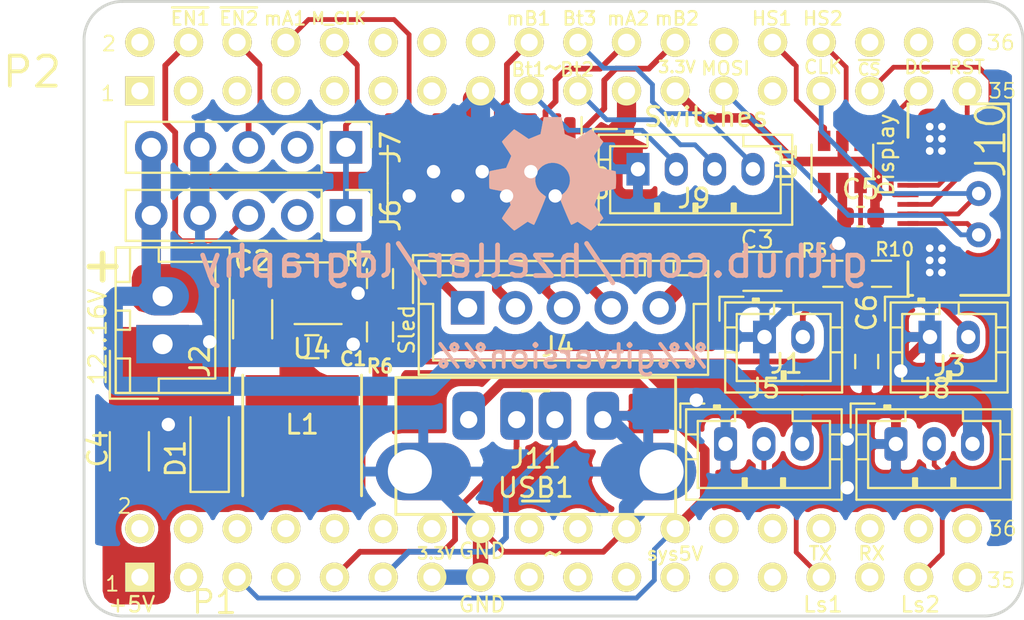
<source format=kicad_pcb>
(kicad_pcb (version 20171130) (host pcbnew "(5.1.0-rc2)")
  (title_block (title "LDGraphy PocketBeagle Cape") (date 2017-09-30) (comment 1 h.zeller@acm.org) (comment 2 http://github.com/hzeller/ldgraphy))
  (layers (0 Top signal) (31 Bottom signal) (34 B.Paste user hide) (35 F.Paste user hide) (36 B.SilkS user) (37 F.SilkS user) (38 B.Mask user hide) (39 F.Mask user hide) (44 Edge.Cuts user))
  (net 0 "")
  (net 1 GND)
  (net 2 VDD_5V)
  (net 3 VDD_3V3B)
  (net 4 "Net-(C1-Pad1)")
  (net 5 +12V)
  (net 6 "Net-(J4-Pad1)")
  (net 7 "Net-(J4-Pad2)")
  (net 8 "Net-(J4-Pad4)")
  (net 9 Sync2)
  (net 10 Sync1)
  (net 11 LASER1)
  (net 12 MIRROR_CLK)
  (net 13 ~MIRROR_EN1)
  (net 14 ~MIRROR_EN2)
  (net 15 LASER2)
  (net 16 /SW)
  (net 17 /FB)
  (net 18 "Net-(J4-Pad3)")
  (net 19 STEP_A1)
  (net 20 STEP_B1)
  (net 21 STEP_A2)
  (net 22 STEP_B2)
  (net 23 "Net-(J1-Pad2)")
  (net 24 "Net-(J3-Pad2)")
  (net 25 DISP-CS)
  (net 26 DISP-DC)
  (net 27 DISP-CLK)
  (net 28 DISP-MOSI)
  (net 29 DISP-RST)
  (net 30 "/(U1.L15)USB1.D+")
  (net 31 "/(U1.L16)USB1.D-")
  (net 32 BUTT_1)
  (net 33 BUTT_2)
  (net 34 BUTT_3)
  (net 35 "Net-(J10-Pad8)")
  (net 36 "Net-(P1-Pad14)")
  (net 37 "/(U1.N13)AIN7~1.8V")
  (net 38 "/(U1.B3)PRU-0.5")
  (net 39 "/(U1.B2)PRU-0.2")
  (net 40 "/(U1.C12)SPI1.MISO")
  (net 41 "/(U1.R11)RESET#")
  (net 42 /BAT.TEMP)
  (net 43 VIN.BAT)
  (net 44 SYS_5V)
  (net 45 "/(U1.T11)PWR.BTN")
  (net 46 "/(U1.A11)I2C1.SDA")
  (net 47 "/(U1.B11)I2C1.SCL")
  (net 48 "/(U1.R16)UART4.TX")
  (net 49 "/(U1.P15)UART4.RX")
  (net 50 "/(U1.P5)GPIO-0.23")
  (net 51 "/(U1.T16)")
  (net 52 "/(U1.P12)PWM1A")
  (net 53 "/(U1.A1)PWM0A")
  (net 54 "/(U1.F1)")
  (net 55 "/(U1.R5)GPIO-0.26")
  (net 56 "/(U1.A12)UART0.RX")
  (net 57 "/(U1.A3)PRU-0.4")
  (net 58 "/(U1.B12)UART0.TX")
  (net 59 "/(U1.A10)I2C2.SCL")
  (net 60 "/(U1.C7)AIN4~1.8V")
  (net 61 "/(U1.B10)I2C2.SDA")
  (net 62 "/(U1.C6)AIN3~1.8V")
  (net 63 "/(U1.B6)AIN2~1.8V")
  (net 64 "/(U1.B8)AIN1~1.8V")
  (net 65 "/(U1.B4)PRU-0.16")
  (net 66 "/(U1.A8)AIN0~1.8V")
  (net 67 "/(U1.B7)VREF+")
  (net 68 "/(U1.B9)VREF-")
  (net 69 "/(U1.B14)SPI0.MOSI")
  (net 70 "/(U1.B13)SPI0.MISO")
  (net 71 "/(U1.A13)SPI0.CLK")
  (net 72 "/(U1.A14)SPI0.CS")
  (net 73 "/(U1.E1)")
  (net 74 "/(U1.M14)USB1.DRVVBUS")
  (net 75 "/(U1.F2)AIN6~3.3V")
  (net 76 "Net-(J6-Pad2)")
  (net 77 "Net-(J7-Pad2)")
  (net 78 "Net-(P1-Pad7)")
  (net 79 SYS_VOUT)
  (module Connector_JST:JST_PH_B3B-PH-K_1x03_P2.00mm_Vertical (layer Top) (at 166.37 112.014)
    (fp_text reference J8 (at 2 -2.9) (layer F.SilkS))
    (fp_text value Laser2)
    (pad 3 thru_hole oval (at 4 0) (size 1.2 1.75) (drill 0.75) (layers *.Cu *.Mask) (net 5 +12V))
    (pad 2 thru_hole oval (at 2 0) (size 1.2 1.75) (drill 0.75) (layers *.Cu *.Mask) (net 15 LASER2))
    (pad 1 thru_hole roundrect (at 0 0) (size 1.2 1.75) (drill 0.75) (layers *.Cu *.Mask) (roundrect_rratio 0.208333) (net 1 GND))
  )
  (module Connector_PinHeader_2.54mm:PinHeader_1x05_P2.54mm_Vertical (layer Top) (at 137.668 96.52 270)
    (fp_text reference J7 (at 0 -2.33 270) (layer F.SilkS))
    (fp_text value PM2)
    (pad 5 thru_hole oval (at 0 10.16 270) (size 1.7 1.7) (drill 1) (layers *.Cu *.Mask) (net 5 +12V))
    (pad 4 thru_hole oval (at 0 7.62 270) (size 1.7 1.7) (drill 1) (layers *.Cu *.Mask) (net 1 GND))
    (pad 3 thru_hole oval (at 0 5.08 270) (size 1.7 1.7) (drill 1) (layers *.Cu *.Mask) (net 14 ~MIRROR_EN2))
    (pad 2 thru_hole oval (at 0 2.54 270) (size 1.7 1.7) (drill 1) (layers *.Cu *.Mask) (net 77 "Net-(J7-Pad2)"))
    (pad 1 thru_hole rect (at 0 0 270) (size 1.7 1.7) (drill 1) (layers *.Cu *.Mask) (net 12 MIRROR_CLK))
  )
  (module Connector_PinHeader_2.54mm:PinHeader_1x05_P2.54mm_Vertical (layer Top) (at 137.668 100.076 270)
    (fp_text reference J6 (at 0 -2.33 270) (layer F.SilkS))
    (fp_text value PM1)
    (pad 5 thru_hole oval (at 0 10.16 270) (size 1.7 1.7) (drill 1) (layers *.Cu *.Mask) (net 5 +12V))
    (pad 4 thru_hole oval (at 0 7.62 270) (size 1.7 1.7) (drill 1) (layers *.Cu *.Mask) (net 1 GND))
    (pad 3 thru_hole oval (at 0 5.08 270) (size 1.7 1.7) (drill 1) (layers *.Cu *.Mask) (net 13 ~MIRROR_EN1))
    (pad 2 thru_hole oval (at 0 2.54 270) (size 1.7 1.7) (drill 1) (layers *.Cu *.Mask) (net 76 "Net-(J6-Pad2)"))
    (pad 1 thru_hole rect (at 0 0 270) (size 1.7 1.7) (drill 1) (layers *.Cu *.Mask) (net 12 MIRROR_CLK))
  )
  (module Connector_JST:JST_PH_B3B-PH-K_1x03_P2.00mm_Vertical (layer Top) (at 157.48 112.014)
    (fp_text reference J5 (at 2 -2.9) (layer F.SilkS))
    (fp_text value Laser1)
    (pad 3 thru_hole oval (at 4 0) (size 1.2 1.75) (drill 0.75) (layers *.Cu *.Mask) (net 5 +12V))
    (pad 2 thru_hole oval (at 2 0) (size 1.2 1.75) (drill 0.75) (layers *.Cu *.Mask) (net 11 LASER1))
    (pad 1 thru_hole roundrect (at 0 0) (size 1.2 1.75) (drill 0.75) (layers *.Cu *.Mask) (roundrect_rratio 0.208333) (net 1 GND))
  )
  (module Package_TO_SOT_SMD:SOT-23-6 (layer Top) (at 163.576 97.282 90)
    (fp_text reference U1 (at 0 -2.9 90) (layer F.SilkS))
    (fp_text value 74LVC2G14GV)
    (pad 5 smd rect (at 1.1 0 90) (size 1.06 0.65) (layers Top F.Paste F.Mask) (net 3 VDD_3V3B))
    (pad 6 smd rect (at 1.1 -0.95 90) (size 1.06 0.65) (layers Top F.Paste F.Mask) (net 10 Sync1))
    (pad 4 smd rect (at 1.1 0.95 90) (size 1.06 0.65) (layers Top F.Paste F.Mask) (net 9 Sync2))
    (pad 3 smd rect (at -1.1 0.95 90) (size 1.06 0.65) (layers Top F.Paste F.Mask) (net 24 "Net-(J3-Pad2)"))
    (pad 2 smd rect (at -1.1 0 90) (size 1.06 0.65) (layers Top F.Paste F.Mask) (net 1 GND))
    (pad 1 smd rect (at -1.1 -0.95 90) (size 1.06 0.65) (layers Top F.Paste F.Mask) (net 23 "Net-(J1-Pad2)"))
  )
  (module Package_TO_SOT_SMD:SOT-23-6 (layer Top) (at 135.89 104.14 180)
    (fp_text reference U4 (at 0 -2.9 180) (layer F.SilkS))
    (fp_text value AP3211)
    (pad 5 smd rect (at 1.1 0 180) (size 1.06 0.65) (layers Top F.Paste F.Mask) (net 5 +12V))
    (pad 6 smd rect (at 1.1 -0.95 180) (size 1.06 0.65) (layers Top F.Paste F.Mask) (net 16 /SW))
    (pad 4 smd rect (at 1.1 0.95 180) (size 1.06 0.65) (layers Top F.Paste F.Mask) (net 5 +12V))
    (pad 3 smd rect (at -1.1 0.95 180) (size 1.06 0.65) (layers Top F.Paste F.Mask) (net 17 /FB))
    (pad 2 smd rect (at -1.1 0 180) (size 1.06 0.65) (layers Top F.Paste F.Mask) (net 1 GND))
    (pad 1 smd rect (at -1.1 -0.95 180) (size 1.06 0.65) (layers Top F.Paste F.Mask) (net 4 "Net-(C1-Pad1)"))
  )
  (module Capacitor_SMD:C_0603_1608Metric (layer Top) (at 164.5285 100.1395)
    (fp_text reference C5 (at 0 -1.43) (layer F.SilkS))
    (fp_text value 100n)
    (pad 2 smd roundrect (at 0.7875 0) (size 0.875 0.95) (layers Top F.Paste F.Mask) (net 3 VDD_3V3B))
    (pad 1 smd roundrect (at -0.7875 0) (size 0.875 0.95) (layers Top F.Paste F.Mask) (net 1 GND))
  )
  (module Package_SO:SOIC-16_3.9x9.9mm_P1.27mm (layer Top) (at 144.907 98.392 270)
    (fp_text reference U3 (at 0 -5.9 270) (layer F.SilkS))
    (fp_text value ULN2003A)
    (pad 16 smd roundrect (at 2.475 -4.445 270) (size 1.95 0.6) (layers Top F.Paste F.Mask) (net 8 "Net-(J4-Pad4)"))
    (pad 15 smd roundrect (at 2.475 -3.175 270) (size 1.95 0.6) (layers Top F.Paste F.Mask) (net 18 "Net-(J4-Pad3)"))
    (pad 14 smd roundrect (at 2.475 -1.905 270) (size 1.95 0.6) (layers Top F.Paste F.Mask) (net 1 GND))
    (pad 13 smd roundrect (at 2.475 -0.635 270) (size 1.95 0.6) (layers Top F.Paste F.Mask) (net 7 "Net-(J4-Pad2)"))
    (pad 12 smd roundrect (at 2.475 0.635 270) (size 1.95 0.6) (layers Top F.Paste F.Mask) (net 1 GND))
    (pad 11 smd roundrect (at 2.475 1.905 270) (size 1.95 0.6) (layers Top F.Paste F.Mask) (net 1 GND))
    (pad 10 smd roundrect (at 2.475 3.175 270) (size 1.95 0.6) (layers Top F.Paste F.Mask) (net 6 "Net-(J4-Pad1)"))
    (pad 9 smd roundrect (at 2.475 4.445 270) (size 1.95 0.6) (layers Top F.Paste F.Mask) (net 2 VDD_5V))
    (pad 8 smd roundrect (at -2.475 4.445 270) (size 1.95 0.6) (layers Top F.Paste F.Mask) (net 1 GND))
    (pad 7 smd roundrect (at -2.475 3.175 270) (size 1.95 0.6) (layers Top F.Paste F.Mask) (net 19 STEP_A1))
    (pad 6 smd roundrect (at -2.475 1.905 270) (size 1.95 0.6) (layers Top F.Paste F.Mask) (net 1 GND))
    (pad 5 smd roundrect (at -2.475 0.635 270) (size 1.95 0.6) (layers Top F.Paste F.Mask) (net 1 GND))
    (pad 4 smd roundrect (at -2.475 -0.635 270) (size 1.95 0.6) (layers Top F.Paste F.Mask) (net 20 STEP_B1))
    (pad 3 smd roundrect (at -2.475 -1.905 270) (size 1.95 0.6) (layers Top F.Paste F.Mask) (net 1 GND))
    (pad 2 smd roundrect (at -2.475 -3.175 270) (size 1.95 0.6) (layers Top F.Paste F.Mask) (net 21 STEP_A2))
    (pad 1 smd roundrect (at -2.475 -4.445 270) (size 1.95 0.6) (layers Top F.Paste F.Mask) (net 22 STEP_B2))
  )
  (module Symbol:OSHW-Symbol_6.7x6mm_SilkScreen (layer Bottom) (at 148.463 97.917 180)
    (fp_text reference REF*** hide)
    (fp_text value OSHW-Symbol_6.7x6mm_SilkScreen hide)
  )
  (module ldgraphy.pretty:FlatFlexConn-08 (layer Top) (at 167.5 99.25 90)
    (fp_text reference J10 (at 3.111 3.823 90) (layer F.SilkS) (effects (font (size 1.5 1.5))))
    (fp_text value Display (at 2.349 -1.638 90) (layer F.SilkS) (effects (font (size 0.8 0.8) (thickness 0.12))))
    (pad 9 thru_hole rect (at 2.54 1.27 90) (size 0.635 0.635) (drill 0.4) (layers *.Cu *.Mask) (net 1 GND))
    (pad 9 thru_hole rect (at 3.175 1.27 90) (size 0.635 0.635) (drill 0.4) (layers *.Cu *.Mask) (net 1 GND))
    (pad 9 thru_hole rect (at 3.81 1.27 90) (size 0.635 0.635) (drill 0.4) (layers *.Cu *.Mask) (net 1 GND))
    (pad 9 thru_hole rect (at 3.81 0.635 90) (size 0.635 0.635) (drill 0.4) (layers *.Cu *.Mask) (net 1 GND))
    (pad 9 thru_hole rect (at 3.175 0.635 90) (size 0.635 0.635) (drill 0.4) (layers *.Cu *.Mask) (net 1 GND))
    (pad 9 thru_hole rect (at 2.54 0.635 90) (size 0.635 0.635) (drill 0.4) (layers *.Cu *.Mask) (net 1 GND))
    (pad 9 thru_hole rect (at 2.54 0.635 90) (size 0.635 0.635) (drill 0.4) (layers *.Cu *.Mask) (net 1 GND))
    (pad 9 thru_hole rect (at -3.81 1.27 90) (size 0.635 0.635) (drill 0.4) (layers *.Cu *.Mask) (net 1 GND))
    (pad 9 thru_hole rect (at -3.175 1.27 90) (size 0.635 0.635) (drill 0.4) (layers *.Cu *.Mask) (net 1 GND))
    (pad 9 thru_hole rect (at -2.54 1.27 90) (size 0.635 0.635) (drill 0.4) (layers *.Cu *.Mask) (net 1 GND))
    (pad 9 thru_hole rect (at -2.54 0.635 90) (size 0.635 0.635) (drill 0.4) (layers *.Cu *.Mask) (net 1 GND))
    (pad 9 thru_hole rect (at -3.175 0.635 90) (size 0.635 0.635) (drill 0.4) (layers *.Cu *.Mask) (net 1 GND))
    (pad 9 thru_hole rect (at -3.81 0.635 90) (size 0.635 0.635) (drill 0.4) (layers *.Cu *.Mask) (net 1 GND))
    (pad 9 smd roundrect (at 3.5 1 90) (size 2.5 2) (layers Top F.Paste F.Mask) (net 1 GND))
    (pad 9 smd roundrect (at -3.5 1 90) (size 2.5 2) (layers Top F.Paste F.Mask) (net 1 GND))
    (pad 8 smd rect (at 1.75 -0.5 90) (size 0.25 1.1) (layers Top F.Paste F.Mask) (net 35 "Net-(J10-Pad8)"))
    (pad 7 smd rect (at 1.25 -0.5 90) (size 0.25 1.1) (layers Top F.Paste F.Mask) (net 1 GND))
    (pad 6 smd rect (at 0.75 -0.5 90) (size 0.25 1.1) (layers Top F.Paste F.Mask) (net 29 DISP-RST))
    (pad 1 smd rect (at -1.75 -0.5 90) (size 0.25 1.1) (layers Top F.Paste F.Mask) (net 3 VDD_3V3B))
    (pad 2 smd rect (at -1.25 -0.5 90) (size 0.25 1.1) (layers Top F.Paste F.Mask) (net 28 DISP-MOSI))
    (pad 3 smd rect (at -0.75 -0.5 90) (size 0.25 1.1) (layers Top F.Paste F.Mask) (net 27 DISP-CLK))
    (pad 5 smd rect (at 0.25 -0.5 90) (size 0.25 1.1) (layers Top F.Paste F.Mask) (net 26 DISP-DC))
    (pad 4 smd rect (at -0.25 -0.5 90) (size 0.25 1.1) (layers Top F.Paste F.Mask) (net 25 DISP-CS))
  )
  (module ldgraphy.pretty:USB-A-Vertical (layer Top) (at 147.574 110.744)
    (fp_text reference J11 (at 0 2.032) (layer F.SilkS))
    (fp_text value USB1 (at 0 3.556) (layer F.SilkS))
    (pad 1 thru_hole roundrect (at -3.5 0) (size 1.7 2.5) (drill 0.9 (offset 0 -0.2)) (layers *.Cu *.Mask) (net 79 SYS_VOUT))
    (pad 4 thru_hole roundrect (at 3.5 0) (size 1.7 2.5) (drill 0.9 (offset 0 -0.2)) (layers *.Cu *.Mask) (net 1 GND))
    (pad 3 thru_hole roundrect (at 1 0) (size 1.7 2.5) (drill 0.9 (offset 0 -0.2)) (layers *.Cu *.Mask) (net 30 "/(U1.L15)USB1.D+"))
    (pad 2 thru_hole roundrect (at -1 0) (size 1.7 2.5) (drill 0.9 (offset 0 -0.2)) (layers *.Cu *.Mask) (net 31 "/(U1.L16)USB1.D-"))
    (pad 5 thru_hole oval (at 6.57 2.71 90) (size 3 5) (drill 2.3 (offset 0 -0.7)) (layers *.Cu *.Mask) (net 1 GND))
    (pad 5 thru_hole oval (at -6.57 2.71 270) (size 3 5) (drill 2.3 (offset 0 -0.7)) (layers *.Cu *.Mask) (net 1 GND))
  )
  (module "PocketBeagle.pretty:TH-2X18-(35MIL-DIA)-W_O-SILK" (layer Top) (at 148.5011 117.7036)
    (fp_text reference P1 (at -17.6911 2.5654) (layer F.SilkS) (effects (font (size 1.2 1.2))))
    (fp_text value ~ (at 0 0) (layer F.SilkS) (effects (font (size 1.524 1.524))))
    (pad 36 thru_hole circle (at 21.59 -1.27) (size 1.524 1.524) (drill 0.889) (layers *.Cu *.Mask F.SilkS) (net 53 "/(U1.A1)PWM0A"))
    (pad 35 thru_hole circle (at 21.59 1.27) (size 1.524 1.524) (drill 0.889) (layers *.Cu *.Mask F.SilkS) (net 54 "/(U1.F1)"))
    (pad 34 thru_hole circle (at 19.05 -1.27) (size 1.524 1.524) (drill 0.889) (layers *.Cu *.Mask F.SilkS) (net 55 "/(U1.R5)GPIO-0.26"))
    (pad 33 thru_hole circle (at 19.05 1.27) (size 1.524 1.524) (drill 0.889) (layers *.Cu *.Mask F.SilkS) (net 15 LASER2))
    (pad 32 thru_hole circle (at 16.51 -1.27) (size 1.524 1.524) (drill 0.889) (layers *.Cu *.Mask F.SilkS) (net 56 "/(U1.A12)UART0.RX"))
    (pad 31 thru_hole circle (at 16.51 1.27) (size 1.524 1.524) (drill 0.889) (layers *.Cu *.Mask F.SilkS) (net 57 "/(U1.A3)PRU-0.4"))
    (pad 30 thru_hole circle (at 13.97 -1.27) (size 1.524 1.524) (drill 0.889) (layers *.Cu *.Mask F.SilkS) (net 58 "/(U1.B12)UART0.TX"))
    (pad 29 thru_hole circle (at 13.97 1.27) (size 1.524 1.524) (drill 0.889) (layers *.Cu *.Mask F.SilkS) (net 11 LASER1))
    (pad 28 thru_hole circle (at 11.43 -1.27) (size 1.524 1.524) (drill 0.889) (layers *.Cu *.Mask F.SilkS) (net 59 "/(U1.A10)I2C2.SCL"))
    (pad 27 thru_hole circle (at 11.43 1.27) (size 1.524 1.524) (drill 0.889) (layers *.Cu *.Mask F.SilkS) (net 60 "/(U1.C7)AIN4~1.8V"))
    (pad 26 thru_hole circle (at 8.89 -1.27) (size 1.524 1.524) (drill 0.889) (layers *.Cu *.Mask F.SilkS) (net 61 "/(U1.B10)I2C2.SDA"))
    (pad 25 thru_hole circle (at 8.89 1.27) (size 1.524 1.524) (drill 0.889) (layers *.Cu *.Mask F.SilkS) (net 62 "/(U1.C6)AIN3~1.8V"))
    (pad 24 thru_hole circle (at 6.35 -1.27) (size 1.524 1.524) (drill 0.889) (layers *.Cu *.Mask F.SilkS) (net 79 SYS_VOUT))
    (pad 23 thru_hole circle (at 6.35 1.27) (size 1.524 1.524) (drill 0.889) (layers *.Cu *.Mask F.SilkS) (net 63 "/(U1.B6)AIN2~1.8V"))
    (pad 22 thru_hole circle (at 3.81 -1.27) (size 1.524 1.524) (drill 0.889) (layers *.Cu *.Mask F.SilkS) (net 1 GND))
    (pad 21 thru_hole circle (at 3.81 1.27) (size 1.524 1.524) (drill 0.889) (layers *.Cu *.Mask F.SilkS) (net 64 "/(U1.B8)AIN1~1.8V"))
    (pad 20 thru_hole circle (at 1.27 -1.27) (size 1.524 1.524) (drill 0.889) (layers *.Cu *.Mask F.SilkS) (net 65 "/(U1.B4)PRU-0.16"))
    (pad 19 thru_hole circle (at 1.27 1.27) (size 1.524 1.524) (drill 0.889) (layers *.Cu *.Mask F.SilkS) (net 66 "/(U1.A8)AIN0~1.8V"))
    (pad 18 thru_hole circle (at -1.27 -1.27) (size 1.524 1.524) (drill 0.889) (layers *.Cu *.Mask F.SilkS) (net 67 "/(U1.B7)VREF+"))
    (pad 17 thru_hole circle (at -1.27 1.27) (size 1.524 1.524) (drill 0.889) (layers *.Cu *.Mask F.SilkS) (net 68 "/(U1.B9)VREF-"))
    (pad 16 thru_hole circle (at -3.81 -1.27) (size 1.524 1.524) (drill 0.889) (layers *.Cu *.Mask F.SilkS) (net 1 GND))
    (pad 15 thru_hole circle (at -3.81 1.27) (size 1.524 1.524) (drill 0.889) (layers *.Cu *.Mask F.SilkS) (net 1 GND))
    (pad 14 thru_hole circle (at -6.35 -1.27) (size 1.524 1.524) (drill 0.889) (layers *.Cu *.Mask F.SilkS) (net 36 "Net-(P1-Pad14)"))
    (pad 13 thru_hole circle (at -6.35 1.27) (size 1.524 1.524) (drill 0.889) (layers *.Cu *.Mask F.SilkS) (net 1 GND))
    (pad 12 thru_hole circle (at -8.89 -1.27) (size 1.524 1.524) (drill 0.889) (layers *.Cu *.Mask F.SilkS) (net 69 "/(U1.B14)SPI0.MOSI"))
    (pad 11 thru_hole circle (at -8.89 1.27) (size 1.524 1.524) (drill 0.889) (layers *.Cu *.Mask F.SilkS) (net 30 "/(U1.L15)USB1.D+"))
    (pad 10 thru_hole circle (at -11.43 -1.27) (size 1.524 1.524) (drill 0.889) (layers *.Cu *.Mask F.SilkS) (net 70 "/(U1.B13)SPI0.MISO"))
    (pad 9 thru_hole circle (at -11.43 1.27) (size 1.524 1.524) (drill 0.889) (layers *.Cu *.Mask F.SilkS) (net 31 "/(U1.L16)USB1.D-"))
    (pad 8 thru_hole circle (at -13.97 -1.27) (size 1.524 1.524) (drill 0.889) (layers *.Cu *.Mask F.SilkS) (net 71 "/(U1.A13)SPI0.CLK"))
    (pad 7 thru_hole circle (at -13.97 1.27) (size 1.524 1.524) (drill 0.889) (layers *.Cu *.Mask F.SilkS) (net 78 "Net-(P1-Pad7)"))
    (pad 6 thru_hole circle (at -16.51 -1.27) (size 1.524 1.524) (drill 0.889) (layers *.Cu *.Mask F.SilkS) (net 72 "/(U1.A14)SPI0.CS"))
    (pad 5 thru_hole circle (at -16.51 1.27) (size 1.524 1.524) (drill 0.889) (layers *.Cu *.Mask F.SilkS) (net 79 SYS_VOUT))
    (pad 4 thru_hole circle (at -19.05 -1.27) (size 1.524 1.524) (drill 0.889) (layers *.Cu *.Mask F.SilkS) (net 73 "/(U1.E1)"))
    (pad 3 thru_hole circle (at -19.05 1.27) (size 1.524 1.524) (drill 0.889) (layers *.Cu *.Mask F.SilkS) (net 74 "/(U1.M14)USB1.DRVVBUS"))
    (pad 2 thru_hole circle (at -21.59 -1.27) (size 1.524 1.524) (drill 0.889) (layers *.Cu *.Mask F.SilkS) (net 75 "/(U1.F2)AIN6~3.3V"))
    (pad 1 thru_hole rect (at -21.59 1.27) (size 1.524 1.524) (drill 0.889) (layers *.Cu *.Mask F.SilkS) (net 2 VDD_5V))
  )
  (module "PocketBeagle.pretty:TH-2X18-(35MIL-DIA)-W_O-SILK" (layer Top) (at 148.5011 92.3036)
    (fp_text reference P2 (at -27.2161 0.2794 180) (layer F.SilkS) (effects (font (size 1.56845 1.56845) (thickness 0.19812))))
    (fp_text value ~ (at 0 0) (layer F.SilkS) (effects (font (size 1.524 1.524))))
    (pad 36 thru_hole circle (at 21.59 -1.27) (size 1.524 1.524) (drill 0.889) (layers *.Cu *.Mask F.SilkS) (net 37 "/(U1.N13)AIN7~1.8V"))
    (pad 35 thru_hole circle (at 21.59 1.27) (size 1.524 1.524) (drill 0.889) (layers *.Cu *.Mask F.SilkS) (net 29 DISP-RST))
    (pad 34 thru_hole circle (at 19.05 -1.27) (size 1.524 1.524) (drill 0.889) (layers *.Cu *.Mask F.SilkS) (net 38 "/(U1.B3)PRU-0.5"))
    (pad 33 thru_hole circle (at 19.05 1.27) (size 1.524 1.524) (drill 0.889) (layers *.Cu *.Mask F.SilkS) (net 26 DISP-DC))
    (pad 32 thru_hole circle (at 16.51 -1.27) (size 1.524 1.524) (drill 0.889) (layers *.Cu *.Mask F.SilkS) (net 39 "/(U1.B2)PRU-0.2"))
    (pad 31 thru_hole circle (at 16.51 1.27) (size 1.524 1.524) (drill 0.889) (layers *.Cu *.Mask F.SilkS) (net 25 DISP-CS))
    (pad 30 thru_hole circle (at 13.97 -1.27) (size 1.524 1.524) (drill 0.889) (layers *.Cu *.Mask F.SilkS) (net 9 Sync2))
    (pad 29 thru_hole circle (at 13.97 1.27) (size 1.524 1.524) (drill 0.889) (layers *.Cu *.Mask F.SilkS) (net 27 DISP-CLK))
    (pad 28 thru_hole circle (at 11.43 -1.27) (size 1.524 1.524) (drill 0.889) (layers *.Cu *.Mask F.SilkS) (net 10 Sync1))
    (pad 27 thru_hole circle (at 11.43 1.27) (size 1.524 1.524) (drill 0.889) (layers *.Cu *.Mask F.SilkS) (net 40 "/(U1.C12)SPI1.MISO"))
    (pad 26 thru_hole circle (at 8.89 -1.27) (size 1.524 1.524) (drill 0.889) (layers *.Cu *.Mask F.SilkS) (net 41 "/(U1.R11)RESET#"))
    (pad 25 thru_hole circle (at 8.89 1.27) (size 1.524 1.524) (drill 0.889) (layers *.Cu *.Mask F.SilkS) (net 28 DISP-MOSI))
    (pad 24 thru_hole circle (at 6.35 -1.27) (size 1.524 1.524) (drill 0.889) (layers *.Cu *.Mask F.SilkS) (net 22 STEP_B2))
    (pad 23 thru_hole circle (at 6.35 1.27) (size 1.524 1.524) (drill 0.889) (layers *.Cu *.Mask F.SilkS) (net 3 VDD_3V3B))
    (pad 22 thru_hole circle (at 3.81 -1.27) (size 1.524 1.524) (drill 0.889) (layers *.Cu *.Mask F.SilkS) (net 21 STEP_A2))
    (pad 21 thru_hole circle (at 3.81 1.27) (size 1.524 1.524) (drill 0.889) (layers *.Cu *.Mask F.SilkS) (net 1 GND))
    (pad 20 thru_hole circle (at 1.27 -1.27) (size 1.524 1.524) (drill 0.889) (layers *.Cu *.Mask F.SilkS) (net 34 BUTT_3))
    (pad 19 thru_hole circle (at 1.27 1.27) (size 1.524 1.524) (drill 0.889) (layers *.Cu *.Mask F.SilkS) (net 33 BUTT_2))
    (pad 18 thru_hole circle (at -1.27 -1.27) (size 1.524 1.524) (drill 0.889) (layers *.Cu *.Mask F.SilkS) (net 20 STEP_B1))
    (pad 17 thru_hole circle (at -1.27 1.27) (size 1.524 1.524) (drill 0.889) (layers *.Cu *.Mask F.SilkS) (net 32 BUTT_1))
    (pad 16 thru_hole circle (at -3.81 -1.27) (size 1.524 1.524) (drill 0.889) (layers *.Cu *.Mask F.SilkS) (net 42 /BAT.TEMP))
    (pad 15 thru_hole circle (at -3.81 1.27) (size 1.524 1.524) (drill 0.889) (layers *.Cu *.Mask F.SilkS) (net 1 GND))
    (pad 14 thru_hole circle (at -6.35 -1.27) (size 1.524 1.524) (drill 0.889) (layers *.Cu *.Mask F.SilkS) (net 43 VIN.BAT))
    (pad 13 thru_hole circle (at -6.35 1.27) (size 1.524 1.524) (drill 0.889) (layers *.Cu *.Mask F.SilkS) (net 44 SYS_5V))
    (pad 12 thru_hole circle (at -8.89 -1.27) (size 1.524 1.524) (drill 0.889) (layers *.Cu *.Mask F.SilkS) (net 45 "/(U1.T11)PWR.BTN"))
    (pad 11 thru_hole circle (at -8.89 1.27) (size 1.524 1.524) (drill 0.889) (layers *.Cu *.Mask F.SilkS) (net 46 "/(U1.A11)I2C1.SDA"))
    (pad 10 thru_hole circle (at -11.43 -1.27) (size 1.524 1.524) (drill 0.889) (layers *.Cu *.Mask F.SilkS) (net 12 MIRROR_CLK))
    (pad 9 thru_hole circle (at -11.43 1.27) (size 1.524 1.524) (drill 0.889) (layers *.Cu *.Mask F.SilkS) (net 47 "/(U1.B11)I2C1.SCL"))
    (pad 8 thru_hole circle (at -13.97 -1.27) (size 1.524 1.524) (drill 0.889) (layers *.Cu *.Mask F.SilkS) (net 19 STEP_A1))
    (pad 7 thru_hole circle (at -13.97 1.27) (size 1.524 1.524) (drill 0.889) (layers *.Cu *.Mask F.SilkS) (net 48 "/(U1.R16)UART4.TX"))
    (pad 6 thru_hole circle (at -16.51 -1.27) (size 1.524 1.524) (drill 0.889) (layers *.Cu *.Mask F.SilkS) (net 14 ~MIRROR_EN2))
    (pad 5 thru_hole circle (at -16.51 1.27) (size 1.524 1.524) (drill 0.889) (layers *.Cu *.Mask F.SilkS) (net 49 "/(U1.P15)UART4.RX"))
    (pad 4 thru_hole circle (at -19.05 -1.27) (size 1.524 1.524) (drill 0.889) (layers *.Cu *.Mask F.SilkS) (net 13 ~MIRROR_EN1))
    (pad 3 thru_hole circle (at -19.05 1.27) (size 1.524 1.524) (drill 0.889) (layers *.Cu *.Mask F.SilkS) (net 50 "/(U1.P5)GPIO-0.23"))
    (pad 2 thru_hole circle (at -21.59 -1.27) (size 1.524 1.524) (drill 0.889) (layers *.Cu *.Mask F.SilkS) (net 51 "/(U1.T16)"))
    (pad 1 thru_hole rect (at -21.59 1.27) (size 1.524 1.524) (drill 0.889) (layers *.Cu *.Mask F.SilkS) (net 52 "/(U1.P12)PWM1A"))
  )
  (module Capacitors_SMD:C_0603 (layer Top) (at 135.89 106.934 180)
    (fp_text reference C1 (at -2.159 -0.635) (layer F.SilkS) (effects (font (size 0.7 0.7))))
    (fp_text value C)
    (pad 1 smd rect (at -0.75 0 180) (size 0.8 0.75) (layers Top F.Paste F.Mask) (net 4 "Net-(C1-Pad1)"))
    (pad 2 smd rect (at 0.75 0 180) (size 0.8 0.75) (layers Top F.Paste F.Mask) (net 16 /SW))
  )
  (module Capacitors_SMD:C_1206 (layer Top) (at 132.8 105.5 270)
    (fp_text reference C2 (at -3.048 0) (layer F.SilkS))
    (fp_text value 10u)
    (pad 2 smd rect (at 1.5 0 270) (size 1 1.6) (layers Top F.Paste F.Mask) (net 1 GND))
    (pad 1 smd rect (at -1.5 0 270) (size 1 1.6) (layers Top F.Paste F.Mask) (net 5 +12V))
  )
  (module Capacitors_SMD:C_1206 (layer Top) (at 126.365 112.395 90)
    (fp_text reference C4 (at 0.132 -1.654 270) (layer F.SilkS))
    (fp_text value 22u)
    (pad 1 smd rect (at -1.5 0 90) (size 1 1.6) (layers Top F.Paste F.Mask) (net 2 VDD_5V))
    (pad 2 smd rect (at 1.5 0 90) (size 1 1.6) (layers Top F.Paste F.Mask) (net 1 GND))
  )
  (module Diodes_SMD:D_SOD-123 (layer Top) (at 130.556 112.268 90)
    (fp_text reference D1 (at -0.508 -1.778 90) (layer F.SilkS))
    (fp_text value MBR230LSFT1G)
    (pad 1 smd rect (at -1.65 0 90) (size 0.9 1.2) (layers Top F.Paste F.Mask) (net 16 /SW))
    (pad 2 smd rect (at 1.65 0 90) (size 0.9 1.2) (layers Top F.Paste F.Mask) (net 1 GND))
  )
  (module Resistors_SMD:R_0603 (layer Top) (at 139.446 106.16 90)
    (fp_text reference R6 (at -1.79 0 180) (layer F.SilkS) (effects (font (size 0.7 0.7))))
    (fp_text value 6k2)
    (pad 2 smd rect (at 0.75 0 90) (size 0.5 0.9) (layers Top F.Paste F.Mask) (net 17 /FB))
    (pad 1 smd rect (at -0.75 0 90) (size 0.5 0.9) (layers Top F.Paste F.Mask) (net 2 VDD_5V))
  )
  (module Resistors_SMD:R_0603 (layer Top) (at 139.446 103.378 270)
    (fp_text reference R7 (at -1.016 1.143) (layer F.SilkS) (effects (font (size 0.7 0.7))))
    (fp_text value 1k2)
    (pad 1 smd rect (at -0.75 0 270) (size 0.5 0.9) (layers Top F.Paste F.Mask) (net 17 /FB))
    (pad 2 smd rect (at 0.75 0 270) (size 0.5 0.9) (layers Top F.Paste F.Mask) (net 1 GND))
  )
  (module Resistors_SMD:R_0603 (layer Top) (at 163.08 103.124)
    (fp_text reference R5 (at -0.9645 -1.2065) (layer F.SilkS) (effects (font (size 0.7 0.7) (thickness 0.12))))
    (fp_text value 100k)
    (pad 1 smd rect (at -0.75 0) (size 0.5 0.9) (layers Top F.Paste F.Mask) (net 23 "Net-(J1-Pad2)"))
    (pad 2 smd rect (at 0.75 0) (size 0.5 0.9) (layers Top F.Paste F.Mask) (net 2 VDD_5V))
  )
  (module Resistors_SMD:R_0603 (layer Top) (at 165.62 103.124 180)
    (fp_text reference R10 (at -0.6865 1.27) (layer F.SilkS) (effects (font (size 0.7 0.7) (thickness 0.12))))
    (fp_text value 100k)
    (pad 1 smd rect (at -0.75 0 180) (size 0.5 0.9) (layers Top F.Paste F.Mask) (net 24 "Net-(J3-Pad2)"))
    (pad 2 smd rect (at 0.75 0 180) (size 0.5 0.9) (layers Top F.Paste F.Mask) (net 2 VDD_5V))
  )
  (module Inductors:Inductor_Taiyo-Yuden_NR-60xx (layer Top) (at 135.382 111.57 270)
    (fp_text reference L1 (at -0.572 0) (layer F.SilkS))
    (fp_text value 4u7)
    (pad 1 smd rect (at -2.35 0 270) (size 1.6 5.9) (layers Top F.Paste F.Mask) (net 16 /SW))
    (pad 2 smd rect (at 2.35 0 270) (size 1.6 5.9) (layers Top F.Paste F.Mask) (net 2 VDD_5V))
  )
  (module Capacitors_SMD:C_0603 (layer Top) (at 164.846 107.708 90)
    (fp_text reference C6 (at 2.552 0 90) (layer F.SilkS))
    (fp_text value 100n)
    (pad 1 smd rect (at -0.75 0 90) (size 0.8 0.75) (layers Top F.Paste F.Mask) (net 1 GND))
    (pad 2 smd rect (at 0.75 0 90) (size 0.8 0.75) (layers Top F.Paste F.Mask) (net 2 VDD_5V))
  )
  (module Connectors_JST:JST_XH_B05B-XH-A_05x2.50mm_Straight (layer Top) (at 144.018 104.902)
    (fp_text reference J4 (at 4.699 2.032) (layer F.SilkS))
    (fp_text value Sled (at -3.175 1.143 90) (layer F.SilkS) (effects (font (size 0.8 0.8) (thickness 0.12))))
    (pad 1 thru_hole rect (at 0 0) (size 1.75 1.75) (drill 1) (layers *.Cu *.Mask) (net 6 "Net-(J4-Pad1)"))
    (pad 2 thru_hole circle (at 2.5 0) (size 1.75 1.75) (drill 1) (layers *.Cu *.Mask) (net 7 "Net-(J4-Pad2)"))
    (pad 3 thru_hole circle (at 5 0) (size 1.75 1.75) (drill 1) (layers *.Cu *.Mask) (net 18 "Net-(J4-Pad3)"))
    (pad 4 thru_hole circle (at 7.5 0) (size 1.75 1.75) (drill 1) (layers *.Cu *.Mask) (net 8 "Net-(J4-Pad4)"))
    (pad 5 thru_hole circle (at 10 0) (size 1.75 1.75) (drill 1) (layers *.Cu *.Mask) (net 2 VDD_5V))
  )
  (module Connectors_JST:JST_XH_B02B-XH-A_02x2.50mm_Straight (layer Top) (at 128.1 106.8 90)
    (fp_text reference J2 (at -0.896 1.948 90) (layer F.SilkS))
    (fp_text value 12..16V (at 0.374 -3.386 90) (layer F.SilkS) (effects (font (size 0.9 0.9) (thickness 0.12))))
    (pad 1 thru_hole rect (at 0 0 90) (size 2 2.75) (drill 1.05) (layers *.Cu *.Mask) (net 1 GND))
    (pad 2 thru_hole oval (at 2.5 0 90) (size 2 2.75) (drill 1.05) (layers *.Cu *.Mask) (net 5 +12V))
  )
  (module Connectors_JST:JST_PH_B4B-PH-K_04x2.00mm_Straight (layer Top) (at 152.908 97.663)
    (fp_text reference J9 (at 2.921 1.524) (layer F.SilkS))
    (fp_text value Switches (at 3.556 -2.7305 180) (layer F.SilkS))
    (pad 1 thru_hole rect (at 0 0) (size 1.2 1.7) (drill 0.75) (layers *.Cu *.Mask) (net 1 GND))
    (pad 2 thru_hole oval (at 2 0) (size 1.2 1.7) (drill 0.75) (layers *.Cu *.Mask) (net 32 BUTT_1))
    (pad 3 thru_hole oval (at 4 0) (size 1.2 1.7) (drill 0.75) (layers *.Cu *.Mask) (net 33 BUTT_2))
    (pad 4 thru_hole oval (at 6 0) (size 1.2 1.7) (drill 0.75) (layers *.Cu *.Mask) (net 34 BUTT_3))
  )
  (module Connectors_JST:JST_PH_B2B-PH-K_02x2.00mm_Straight (layer Top) (at 159.512 106.426)
    (fp_text reference J1 (at 1.143 1.397) (layer F.SilkS))
    (fp_text value Sync1)
    (pad 2 thru_hole oval (at 2 0) (size 1.2 1.7) (drill 0.75) (layers *.Cu *.Mask) (net 23 "Net-(J1-Pad2)"))
    (pad 1 thru_hole rect (at 0 0) (size 1.2 1.7) (drill 0.75) (layers *.Cu *.Mask) (net 1 GND))
  )
  (module Connectors_JST:JST_PH_B2B-PH-K_02x2.00mm_Straight (layer Top) (at 168.148 106.426)
    (fp_text reference J3 (at 1.016 1.524) (layer F.SilkS))
    (fp_text value Sync2)
    (pad 1 thru_hole rect (at 0 0) (size 1.2 1.7) (drill 0.75) (layers *.Cu *.Mask) (net 1 GND))
    (pad 2 thru_hole oval (at 2 0) (size 1.2 1.7) (drill 0.75) (layers *.Cu *.Mask) (net 24 "Net-(J3-Pad2)"))
  )
  (module Capacitors_SMD:C_1206 (layer Top) (at 159.409 102.997)
    (fp_text reference C3 (at -0.278 -1.651) (layer F.SilkS) (effects (font (size 0.9 0.9) (thickness 0.12))))
    (fp_text value 22u)
    (pad 1 smd rect (at -1.5 0) (size 1 1.6) (layers Top F.Paste F.Mask) (net 2 VDD_5V))
    (pad 2 smd rect (at 1.5 0) (size 1 1.6) (layers Top F.Paste F.Mask) (net 1 GND))
  )
  (gr_text mB1 (at 147.193 89.789) (layer F.SilkS) (effects (font (size 0.7 0.7) (thickness 0.12))))
  (gr_text mB2 (at 154.94 89.789) (layer F.SilkS) (effects (font (size 0.7 0.7) (thickness 0.12))))
  (gr_text mA2 (at 152.4 89.789) (layer F.SilkS) (effects (font (size 0.7 0.7) (thickness 0.12))))
  (gr_text mA1 (at 134.493 89.789) (layer F.SilkS) (effects (font (size 0.7 0.7) (thickness 0.12))))
  (gr_text sys5V (at 154.8384 117.7544) (layer F.SilkS) (effects (font (size 0.7 0.7) (thickness 0.12))))
  (gr_text + (at 124.968 102.616) (layer F.SilkS) (effects (font (size 1.8 1.8) (thickness 0.3))))
  (gr_text 3.3V (at 142.367 117.729) (layer F.SilkS) (effects (font (size 0.6 0.6) (thickness 0.12))))
  (gr_text 3.3V (at 154.94 92.329) (layer F.SilkS) (effects (font (size 0.6 0.6) (thickness 0.12))))
  (gr_text "MOSI\n\n" (at 157.48 92.964) (layer F.SilkS) (effects (font (size 0.7 0.7) (thickness 0.12))))
  (gr_text CLK (at 162.56 92.329) (layer F.SilkS) (effects (font (size 0.7 0.7) (thickness 0.12))))
  (gr_text ~CS (at 164.973 92.456) (layer F.SilkS) (effects (font (size 0.6 0.6) (thickness 0.12))))
  (gr_text DC (at 167.513 92.329) (layer F.SilkS) (effects (font (size 0.7 0.7) (thickness 0.12))))
  (gr_text RST (at 170.053 92.329) (layer F.SilkS) (effects (font (size 0.7 0.7) (thickness 0.12))))
  (gr_text Bt1 (at 147.193 92.456) (layer F.SilkS) (effects (font (size 0.7 0.7) (thickness 0.12))))
  (gr_text Bt2 (at 149.733 92.456) (layer F.SilkS) (effects (font (size 0.7 0.7) (thickness 0.12))))
  (gr_text Bt3 (at 149.86 89.789) (layer F.SilkS) (effects (font (size 0.7 0.7) (thickness 0.12))))
  (gr_arc (start 171 90.9) (end 173 90.9) (angle -90) (layer Edge.Cuts) (width 0.15))
  (gr_arc (start 171 119) (end 171 121) (angle -90) (layer Edge.Cuts) (width 0.15))
  (gr_arc (start 126 119) (end 124 119) (angle -90) (layer Edge.Cuts) (width 0.15))
  (gr_arc (start 126 90.9) (end 126 88.9) (angle -90) (layer Edge.Cuts) (width 0.15))
  (gr_text RX (at 165.1 117.729) (layer F.SilkS) (effects (font (size 0.7 0.7) (thickness 0.12))))
  (gr_text TX (at 162.433 117.729) (layer F.SilkS) (effects (font (size 0.7 0.7) (thickness 0.12))))
  (gr_text ~EN1 (at 129.54 89.789) (layer F.SilkS) (effects (font (size 0.7 0.7) (thickness 0.12))))
  (gr_text ~EN2 (at 132.08 89.789) (layer F.SilkS) (effects (font (size 0.7 0.7) (thickness 0.12))))
  (gr_text M_CLK (at 137.287 89.789) (layer F.SilkS) (effects (font (size 0.6 0.6) (thickness 0.12))))
  (gr_text "Ls2\n" (at 167.64 120.396) (layer F.SilkS) (effects (font (size 0.8 0.8) (thickness 0.12))))
  (gr_text Ls1 (at 162.56 120.396) (layer F.SilkS) (effects (font (size 0.8 0.8) (thickness 0.12))))
  (gr_text GND (at 144.78 117.602) (layer F.SilkS) (effects (font (size 0.8 0.8) (thickness 0.12))))
  (gr_text HS1 (at 159.893 89.789) (layer F.SilkS) (effects (font (size 0.7 0.7) (thickness 0.12))))
  (gr_text HS2 (at 162.56 89.789) (layer F.SilkS) (effects (font (size 0.7 0.7) (thickness 0.12))))
  (gr_text +5V (at 126.492 120.396) (layer F.SilkS) (effects (font (size 0.8 0.8) (thickness 0.12))))
  (gr_text GND (at 144.78 120.396) (layer F.SilkS) (effects (font (size 0.8 0.8) (thickness 0.12))))
  (gr_text %%gitversion%% (at 156.718 107.442) (layer B.SilkS) (effects (font (size 1.2 1.2) (thickness 0.2)) (justify left mirror)))
  (gr_text github.com/hzeller/ldgraphy (at 147.447 102.489) (layer B.SilkS) (effects (font (size 1.6 1.6) (thickness 0.25)) (justify mirror)))
  (gr_line (start 124 119) (end 124 90.9) (layer Edge.Cuts) (width 0.15))
  (gr_text 35 (at 171.06138 119.13362) (layer F.SilkS) (effects (font (size 0.77216 0.77216) (thickness 0.097536)) (justify left)))
  (gr_text 2 (at 126.111 114.808) (layer F.SilkS) (effects (font (size 0.77216 0.77216) (thickness 0.097536)) (justify top)))
  (gr_text 1 (at 125.476 118.872) (layer F.SilkS) (effects (font (size 0.77216 0.77216) (thickness 0.097536)) (justify top)))
  (gr_text 1 (at 125.24232 93.25864) (layer F.SilkS) (effects (font (size 0.77216 0.77216) (thickness 0.097536)) (justify top)))
  (gr_line (start 126 121) (end 171 121) (layer Edge.Cuts) (width 0.15))
  (gr_line (start 171 88.9) (end 126 88.9) (layer Edge.Cuts) (width 0.15))
  (gr_line (start 173 119) (end 173 90.9) (layer Edge.Cuts) (width 0.15))
  (gr_text 2 (at 125.30328 90.65514) (layer F.SilkS) (effects (font (size 0.77216 0.77216) (thickness 0.097536)) (justify top)))
  (gr_text 36 (at 171.0436 91.059) (layer F.SilkS) (effects (font (size 0.77216 0.77216) (thickness 0.097536)) (justify left)))
  (gr_text 35 (at 171.1198 93.5736) (layer F.SilkS) (effects (font (size 0.77216 0.77216) (thickness 0.097536)) (justify left)))
  (gr_text 36 (at 171.1452 116.4336) (layer F.SilkS) (effects (font (size 0.77216 0.77216) (thickness 0.097536)) (justify left)))
  (segment (start 126.365 110.895) (end 128.294 110.895) (width 0.8) (layer Top) (net 1))
  (segment (start 128.294 110.895) (end 128.397 110.998) (width 0.8) (layer Top) (net 1))
  (via (at 128.397 110.998) (size 1.3) (drill 0.7) (layers Top Bottom) (net 1))
  (segment (start 144.6911 93.5736) (end 144.272 93.9927) (width 1) (layer Top) (net 1))
  (segment (start 144.272 93.9927) (end 144.272 95.692) (width 1) (layer Top) (net 1))
  (via (at 166.624 108.204) (size 1.3) (drill 0.7) (layers Top Bottom) (net 1))
  (via (at 155.956 109.728) (size 1.3) (drill 0.7) (layers Top Bottom) (net 1))
  (via (at 130.556 106.68) (size 1.3) (drill 0.7) (layers Top Bottom) (net 1))
  (segment (start 143.1671 101.9429) (end 140.97 104.14) (width 0.8) (layer Bottom) (net 1))
  (segment (start 144.6911 101.9429) (end 143.1671 101.9429) (width 0.8) (layer Bottom) (net 1))
  (via (at 163.83 114.3) (size 1.3) (drill 0.7) (layers Top Bottom) (net 1))
  (via (at 163.83 111.76) (size 1.3) (drill 0.7) (layers Top Bottom) (net 1))
  (via (at 148.59 99.06) (size 1.3) (drill 0.7) (layers Top Bottom) (net 1))
  (via (at 147.32 97.79) (size 1.3) (drill 0.7) (layers Top Bottom) (net 1))
  (via (at 146.05 99.06) (size 1.3) (drill 0.7) (layers Top Bottom) (net 1))
  (via (at 144.78 97.79) (size 1.3) (drill 0.7) (layers Top Bottom) (net 1))
  (via (at 143.51 99.06) (size 1.3) (drill 0.7) (layers Top Bottom) (net 1))
  (via (at 142.24 97.79) (size 1.3) (drill 0.7) (layers Top Bottom) (net 1))
  (via (at 140.97 99.06) (size 1.3) (drill 0.7) (layers Top Bottom) (net 1))
  (segment (start 146.812 101.092) (end 146.812 99.842) (width 0.5) (layer Top) (net 1))
  (segment (start 146.812 99.842) (end 146.812 98.298) (width 0.5) (layer Top) (net 1))
  (segment (start 144.272 96.942) (end 144.272 97.917) (width 0.5) (layer Top) (net 1))
  (segment (start 144.272 101.092) (end 144.272 99.842) (width 0.5) (layer Top) (net 1))
  (segment (start 144.272 97.917) (end 144.272 98.298) (width 0.5) (layer Top) (net 1))
  (segment (start 144.272 99.842) (end 144.272 97.917) (width 0.5) (layer Top) (net 1))
  (segment (start 143.002 101.092) (end 143.002 99.842) (width 0.5) (layer Top) (net 1))
  (segment (start 143.002 99.842) (end 143.002 98.298) (width 0.5) (layer Top) (net 1))
  (segment (start 144.272 98.298) (end 146.812 98.298) (width 1) (layer Top) (net 1))
  (segment (start 146.812 98.298) (end 149.146002 98.298) (width 1) (layer Top) (net 1))
  (segment (start 146.812 95.692) (end 146.812 98.298) (width 0.5) (layer Top) (net 1))
  (segment (start 143.002 98.298) (end 144.272 98.298) (width 1) (layer Top) (net 1))
  (segment (start 144.272 95.692) (end 144.272 96.942) (width 0.5) (layer Top) (net 1))
  (segment (start 140.462 98.298) (end 143.002 98.298) (width 1) (layer Top) (net 1))
  (segment (start 143.002 95.692) (end 143.002 96.942) (width 0.5) (layer Top) (net 1))
  (segment (start 143.002 96.942) (end 143.002 98.298) (width 0.5) (layer Top) (net 1))
  (segment (start 144.6911 93.5736) (end 144.6911 93.9419) (width 0.5) (layer Top) (net 1))
  (segment (start 163.7785 100.1395) (end 163.7785 101.1435) (width 0.5) (layer Top) (net 1))
  (segment (start 163.576 98.382) (end 163.576 99.937) (width 0.5) (layer Top) (net 1))
  (segment (start 163.576 99.937) (end 163.7785 100.1395) (width 0.5) (layer Top) (net 1))
  (segment (start 163.068 102.87) (end 163.3855 102.5525) (width 0.8) (layer Bottom) (net 1))
  (segment (start 163.3855 102.5525) (end 163.3855 101.5365) (width 0.8) (layer Bottom) (net 1))
  (segment (start 163.7785 101.1435) (end 163.3855 101.5365) (width 0.3) (layer Top) (net 1))
  (segment (start 144.6911 116.4336) (end 145.903101 117.645601) (width 0.3) (layer Top) (net 1))
  (segment (start 145.903101 117.645601) (end 151.099099 117.645601) (width 0.3) (layer Top) (net 1))
  (segment (start 151.099099 117.645601) (end 151.549101 117.195599) (width 0.3) (layer Top) (net 1))
  (segment (start 151.549101 117.195599) (end 152.3111 116.4336) (width 0.3) (layer Top) (net 1))
  (segment (start 138.049 106.807) (end 138.049 106.299) (width 0.5) (layer Top) (net 1))
  (segment (start 138.049 106.299) (end 138.303 106.045) (width 0.5) (layer Top) (net 1))
  (segment (start 164.846 108.458) (end 166.116 108.458) (width 0.5) (layer Top) (net 1))
  (segment (start 166.116 108.458) (end 168.148 106.426) (width 0.5) (layer Top) (net 1))
  (segment (start 130.048 96.52) (end 130.048 100.076) (width 1) (layer Bottom) (net 1))
  (segment (start 152.654 101.219) (end 159.431 101.219) (width 0.8) (layer Top) (net 1))
  (segment (start 159.431 101.219) (end 160.909 102.697) (width 0.8) (layer Top) (net 1))
  (segment (start 160.909 102.697) (end 160.909 102.997) (width 0.8) (layer Top) (net 1))
  (segment (start 149.733 98.298) (end 152.654 101.219) (width 0.8) (layer Top) (net 1))
  (segment (start 149.146002 98.298) (end 149.733 98.298) (width 0.8) (layer Top) (net 1))
  (segment (start 160.909 103.297) (end 160.909 102.997) (width 0.8) (layer Top) (net 1))
  (segment (start 163.068 102.87) (end 160.862 105.076) (width 0.5) (layer Bottom) (net 1))
  (segment (start 160.612 105.076) (end 159.512 106.176) (width 0.5) (layer Bottom) (net 1))
  (segment (start 160.862 105.076) (end 160.612 105.076) (width 0.5) (layer Bottom) (net 1))
  (segment (start 159.512 106.176) (end 159.512 106.426) (width 0.5) (layer Bottom) (net 1))
  (via (at 163.3855 101.5365) (size 1.3) (drill 0.7) (layers Top Bottom) (net 1))
  (segment (start 152.3111 93.5736) (end 152.3111 97.0661) (width 0.8) (layer Top) (net 1))
  (segment (start 152.3111 97.0661) (end 152.908 97.663) (width 0.8) (layer Top) (net 1))
  (segment (start 142.1511 118.9736) (end 144.6911 118.9736) (width 0.8) (layer Bottom) (net 1))
  (segment (start 141.004 113.454) (end 141.7115 113.454) (width 0.8) (layer Bottom) (net 1))
  (segment (start 141.7115 113.454) (end 144.6911 116.4336) (width 0.8) (layer Bottom) (net 1))
  (segment (start 144.6911 118.9736) (end 144.6911 116.4336) (width 0.8) (layer Top) (net 1))
  (segment (start 151.074 110.744) (end 151.434 110.744) (width 0.8) (layer Bottom) (net 1))
  (segment (start 151.434 110.744) (end 154.144 113.454) (width 0.8) (layer Bottom) (net 1))
  (segment (start 152.3111 116.4336) (end 152.3111 115.2869) (width 0.8) (layer Bottom) (net 1))
  (segment (start 152.3111 115.2869) (end 154.144 113.454) (width 0.8) (layer Bottom) (net 1))
  (segment (start 140.462 95.692) (end 140.462 98.298) (width 0.8) (layer Top) (net 1))
  (segment (start 149.146002 98.298) (end 152.3111 95.132902) (width 1) (layer Top) (net 1))
  (segment (start 152.3111 95.132902) (end 152.3111 94.65123) (width 1) (layer Top) (net 1))
  (segment (start 152.3111 94.65123) (end 152.3111 93.5736) (width 1) (layer Top) (net 1))
  (segment (start 140.462 95.692) (end 140.462 97.79) (width 0.5) (layer Top) (net 1))
  (segment (start 140.462 97.79) (end 139.954 98.298) (width 0.5) (layer Top) (net 1))
  (segment (start 130.048 98.298) (end 130.048 100.076) (width 1) (layer Top) (net 1))
  (segment (start 130.048 96.52) (end 130.048 98.298) (width 1) (layer Top) (net 1))
  (segment (start 130.048 98.298) (end 139.954 98.298) (width 1) (layer Top) (net 1))
  (segment (start 167 98) (end 168.0475 98) (width 0.25) (layer Top) (net 1))
  (segment (start 168.0475 98) (end 168.77 97.2775) (width 0.25) (layer Top) (net 1))
  (segment (start 168.77 97.2775) (end 168.77 96.71) (width 0.25) (layer Top) (net 1))
  (segment (start 144.812 116.3127) (end 144.6911 116.4336) (width 0.8) (layer Top) (net 1))
  (segment (start 128.1 106.8) (end 128.1 110.6) (width 1) (layer Top) (net 1))
  (segment (start 128.1 110.6) (end 128.4 110.9) (width 1) (layer Top) (net 1))
  (segment (start 132.8 107) (end 128.3 107) (width 1) (layer Top) (net 1))
  (segment (start 128.3 107) (end 128.1 106.8) (width 1) (layer Top) (net 1))
  (segment (start 137.922 104.14) (end 133.318 104.14) (width 1) (layer Bottom) (net 1))
  (segment (start 133.318 104.14) (end 130.658 106.8) (width 1) (layer Bottom) (net 1))
  (segment (start 130.658 106.8) (end 128.1 106.8) (width 2) (layer Bottom) (net 1))
  (segment (start 138.303 104.14) (end 138.303 106.045) (width 0.8) (layer Top) (net 1))
  (via (at 138.049 106.807) (size 1.3) (drill 0.7) (layers Top Bottom) (net 1))
  (segment (start 138.303 104.14) (end 136.99 104.14) (width 0.8) (layer Top) (net 1))
  (segment (start 139.446 104.128) (end 138.315 104.128) (width 0.8) (layer Top) (net 1))
  (segment (start 138.315 104.128) (end 138.303 104.14) (width 0.8) (layer Top) (net 1))
  (segment (start 138.176 104.14) (end 140.97 104.14) (width 1) (layer Bottom) (net 1))
  (via (at 138.303 104.14) (size 1.3) (drill 0.7) (layers Top Bottom) (net 1))
  (segment (start 144.6911 101.9429) (end 144.6911 93.5736) (width 1) (layer Bottom) (net 1))
  (segment (start 137.922 104.14) (end 138.176 104.14) (width 0.3) (layer Bottom) (net 1))
  (segment (start 128.778 111.022) (end 128.524 111.276) (width 0.5) (layer Top) (net 1))
  (segment (start 131.572 109.728) (end 131.572 107.418) (width 0.5) (layer Top) (net 1))
  (segment (start 131.572 107.418) (end 132.08 106.91) (width 0.5) (layer Top) (net 1))
  (segment (start 128.524 111.276) (end 130.024 111.276) (width 0.5) (layer Top) (net 1))
  (segment (start 130.024 111.276) (end 131.572 109.728) (width 0.5) (layer Top) (net 1))
  (segment (start 141.224 106.91) (end 156.742 106.91) (width 0.5) (layer Top) (net 2))
  (segment (start 156.742 106.91) (end 157.909 105.743) (width 0.5) (layer Top) (net 2))
  (segment (start 157.909 105.743) (end 157.909 102.997) (width 0.5) (layer Top) (net 2))
  (segment (start 139.446 106.91) (end 141.224 106.91) (width 0.5) (layer Top) (net 2))
  (segment (start 140.462 101.092) (end 140.462 102.342) (width 0.5) (layer Top) (net 2))
  (segment (start 140.462 102.342) (end 141.224 103.104) (width 0.5) (layer Top) (net 2))
  (segment (start 141.224 103.104) (end 141.224 106.91) (width 0.5) (layer Top) (net 2))
  (segment (start 130.556 114.918001) (end 133.747999 114.918001) (width 0.5) (layer Top) (net 2))
  (segment (start 128.196001 114.918001) (end 130.556 114.918001) (width 0.5) (layer Top) (net 2))
  (segment (start 128.173101 117.711599) (end 128.173101 114.895101) (width 0.3) (layer Top) (net 2))
  (segment (start 128.173101 114.895101) (end 128.196001 114.918001) (width 0.5) (layer Top) (net 2))
  (segment (start 133.747999 114.918001) (end 134.746 113.92) (width 0.5) (layer Top) (net 2))
  (segment (start 134.746 113.92) (end 135.382 113.92) (width 0.5) (layer Top) (net 2))
  (segment (start 125.222 118.5465) (end 125.222 114.992) (width 0.5) (layer Top) (net 2))
  (segment (start 125.222 114.992) (end 126.446 113.768) (width 0.5) (layer Top) (net 2))
  (segment (start 126.446 113.768) (end 126.746 113.768) (width 0.5) (layer Top) (net 2))
  (segment (start 126.9111 118.9736) (end 125.6491 118.9736) (width 0.5) (layer Top) (net 2))
  (segment (start 125.6491 118.9736) (end 125.222 118.5465) (width 0.5) (layer Top) (net 2))
  (segment (start 164.465 103.124) (end 164.87 103.124) (width 0.5) (layer Top) (net 2))
  (segment (start 163.83 103.124) (end 164.465 103.124) (width 0.5) (layer Top) (net 2))
  (segment (start 164.846 103.505) (end 164.846 106.958) (width 0.5) (layer Top) (net 2))
  (segment (start 164.465 103.124) (end 164.846 103.505) (width 0.5) (layer Top) (net 2))
  (segment (start 157.909 102.997) (end 155.923 102.997) (width 0.8) (layer Top) (net 2))
  (segment (start 155.923 102.997) (end 154.018 104.902) (width 0.8) (layer Top) (net 2))
  (segment (start 139.446 107.823) (end 139.446 109.856) (width 0.8) (layer Top) (net 2))
  (segment (start 139.446 106.91) (end 139.446 107.823) (width 0.8) (layer Top) (net 2))
  (segment (start 139.446 107.823) (end 139.561001 107.707999) (width 0.3) (layer Top) (net 2))
  (segment (start 139.561001 107.707999) (end 163.421001 107.707999) (width 0.3) (layer Top) (net 2))
  (segment (start 163.421001 107.707999) (end 164.171 106.958) (width 0.3) (layer Top) (net 2))
  (segment (start 164.171 106.958) (end 164.846 106.958) (width 0.3) (layer Top) (net 2))
  (segment (start 139.446 109.856) (end 137.542 111.76) (width 0.5) (layer Top) (net 2))
  (segment (start 126.9111 118.9736) (end 128.173101 117.711599) (width 0.5) (layer Top) (net 2))
  (segment (start 128.173101 114.895101) (end 127.046 113.768) (width 0.5) (layer Top) (net 2))
  (segment (start 127.046 113.768) (end 126.746 113.768) (width 0.5) (layer Top) (net 2))
  (segment (start 139.93 106.91) (end 139.446 106.91) (width 0.25) (layer Top) (net 2))
  (segment (start 136.525 113.92) (end 134.375 113.92) (width 0.5) (layer Top) (net 2))
  (segment (start 165.071003 97.262001) (end 165.401001 97.591999) (width 0.5) (layer Top) (net 3))
  (segment (start 165.401001 99.141999) (end 165.2785 99.2645) (width 0.5) (layer Top) (net 3))
  (segment (start 165.401001 97.591999) (end 165.401001 99.141999) (width 0.5) (layer Top) (net 3))
  (segment (start 165.2785 99.2645) (end 165.2785 100.1395) (width 0.5) (layer Top) (net 3))
  (segment (start 161.016001 97.262001) (end 163.576 97.262001) (width 0.5) (layer Top) (net 3))
  (segment (start 163.576 97.262001) (end 165.071003 97.262001) (width 0.5) (layer Top) (net 3))
  (segment (start 163.576 96.861002) (end 163.576 97.262001) (width 0.5) (layer Top) (net 3))
  (segment (start 154.8511 93.5736) (end 156.263101 94.985601) (width 0.5) (layer Top) (net 3))
  (segment (start 156.263101 94.985601) (end 158.739601 94.985601) (width 0.5) (layer Top) (net 3))
  (segment (start 158.739601 94.985601) (end 161.016001 97.262001) (width 0.5) (layer Top) (net 3))
  (segment (start 165.481 100.838) (end 165.2785 100.6355) (width 0.5) (layer Top) (net 3))
  (segment (start 165.2785 100.6355) (end 165.2785 100.1395) (width 0.5) (layer Top) (net 3))
  (segment (start 165.481 100.838) (end 165.643 101) (width 0.25) (layer Top) (net 3))
  (segment (start 165.643 101) (end 167 101) (width 0.25) (layer Top) (net 3))
  (segment (start 163.576 96.861002) (end 163.576 96.182) (width 0.5) (layer Top) (net 3))
  (segment (start 154.8511 93.5736) (end 155.194 93.9165) (width 0.5) (layer Top) (net 3))
  (segment (start 136.64 106.934) (end 136.64 106.059) (width 0.5) (layer Top) (net 4))
  (segment (start 136.64 106.059) (end 136.99 105.709) (width 0.5) (layer Top) (net 4))
  (segment (start 136.99 105.709) (end 136.99 105.19001) (width 0.5) (layer Top) (net 4))
  (segment (start 127.508 100.076) (end 127.508 103.708) (width 1) (layer Bottom) (net 5))
  (segment (start 127.508 103.708) (end 128.1 104.3) (width 1) (layer Bottom) (net 5))
  (segment (start 127.508 96.52) (end 127.508 100.076) (width 1) (layer Bottom) (net 5))
  (segment (start 161.48 110.164) (end 161.680001 109.963999) (width 1) (layer Bottom) (net 5))
  (segment (start 161.680001 109.963999) (end 170.169999 109.963999) (width 1) (layer Bottom) (net 5))
  (segment (start 170.169999 109.963999) (end 170.37 110.164) (width 1) (layer Bottom) (net 5))
  (segment (start 170.37 110.164) (end 170.37 112.014) (width 1) (layer Bottom) (net 5))
  (segment (start 128.1 104.3) (end 125.725 104.3) (width 1) (layer Bottom) (net 5))
  (segment (start 125.725 104.3) (end 125.524999 104.500001) (width 1) (layer Bottom) (net 5))
  (segment (start 125.524999 104.500001) (end 125.524999 108.760001) (width 1) (layer Bottom) (net 5))
  (segment (start 125.524999 108.760001) (end 125.764999 109.000001) (width 1) (layer Bottom) (net 5))
  (segment (start 125.764999 109.000001) (end 142.069887 109.000001) (width 1) (layer Bottom) (net 5))
  (segment (start 142.069887 109.000001) (end 142.975898 108.09399) (width 1) (layer Bottom) (net 5))
  (segment (start 142.975898 108.09399) (end 157.55999 108.09399) (width 1) (layer Bottom) (net 5))
  (segment (start 157.55999 108.09399) (end 159.42999 109.96399) (width 1) (layer Bottom) (net 5))
  (segment (start 161.27999 109.96399) (end 161.48 110.164) (width 1) (layer Bottom) (net 5))
  (segment (start 159.42999 109.96399) (end 161.27999 109.96399) (width 1) (layer Bottom) (net 5))
  (segment (start 161.48 110.164) (end 161.48 112.014) (width 1) (layer Bottom) (net 5))
  (segment (start 127.508 100.076) (end 127.508 103.708) (width 1) (layer Top) (net 5))
  (segment (start 127.508 103.708) (end 128.1 104.3) (width 1) (layer Top) (net 5))
  (segment (start 127.508 96.52) (end 127.508 100.076) (width 1) (layer Top) (net 5))
  (segment (start 128.1 104.3) (end 127.324998 104.3) (width 1) (layer Bottom) (net 5))
  (segment (start 132.8 104) (end 128.4 104) (width 1) (layer Top) (net 5))
  (segment (start 128.4 104) (end 128.1 104.3) (width 1) (layer Top) (net 5))
  (segment (start 128.778 103.622) (end 128.1 104.3) (width 1) (layer Top) (net 5))
  (segment (start 134.79 104.14) (end 134.79 103.19) (width 0.5) (layer Top) (net 5))
  (segment (start 134.79 104.14) (end 132.31 104.14) (width 0.5) (layer Top) (net 5))
  (segment (start 132.31 104.14) (end 132.08 103.91) (width 0.5) (layer Top) (net 5))
  (segment (start 141.732 102.616) (end 144.018 104.902) (width 0.5) (layer Top) (net 6))
  (segment (start 141.732 101.092) (end 141.732 102.616) (width 0.5) (layer Top) (net 6))
  (segment (start 145.542 101.092) (end 145.542 103.926) (width 0.5) (layer Top) (net 7))
  (segment (start 145.542 103.926) (end 146.518 104.902) (width 0.5) (layer Top) (net 7))
  (segment (start 149.352 101.092) (end 149.352 102.736) (width 0.5) (layer Top) (net 8))
  (segment (start 149.352 102.736) (end 151.518 104.902) (width 0.5) (layer Top) (net 8))
  (segment (start 164.526 95.352) (end 163.774099 94.600099) (width 0.25) (layer Top) (net 9))
  (segment (start 163.233099 91.795599) (end 162.4711 91.0336) (width 0.25) (layer Top) (net 9))
  (segment (start 163.774099 94.600099) (end 163.774099 92.336599) (width 0.25) (layer Top) (net 9))
  (segment (start 163.774099 92.336599) (end 163.233099 91.795599) (width 0.25) (layer Top) (net 9))
  (segment (start 164.526 95.352) (end 164.526 96.182) (width 0.3) (layer Top) (net 9))
  (segment (start 162.626 95.504) (end 162.626 96.182) (width 0.3) (layer Top) (net 10))
  (segment (start 161.043101 92.145601) (end 161.168101 92.270601) (width 0.25) (layer Top) (net 10))
  (segment (start 161.168101 92.270601) (end 161.168101 94.046101) (width 0.25) (layer Top) (net 10))
  (segment (start 161.168101 94.046101) (end 162.626 95.504) (width 0.25) (layer Top) (net 10))
  (segment (start 159.9311 91.0336) (end 161.043101 92.145601) (width 0.3) (layer Top) (net 10))
  (segment (start 159.48 112.014) (end 159.48 113.76) (width 0.25) (layer Top) (net 11))
  (segment (start 159.48 113.76) (end 161.168101 115.448101) (width 0.25) (layer Top) (net 11))
  (segment (start 161.168101 115.448101) (end 161.168101 117.670601) (width 0.25) (layer Top) (net 11))
  (segment (start 161.168101 117.670601) (end 161.709101 118.211601) (width 0.25) (layer Top) (net 11))
  (segment (start 161.709101 118.211601) (end 162.4711 118.9736) (width 0.25) (layer Top) (net 11))
  (segment (start 138.203101 92.165601) (end 138.258101 92.220601) (width 0.25) (layer Top) (net 12))
  (segment (start 138.258101 92.220601) (end 138.258101 94.779899) (width 0.25) (layer Top) (net 12))
  (segment (start 138.258101 94.779899) (end 137.668 95.37) (width 0.25) (layer Top) (net 12))
  (segment (start 137.0711 91.0336) (end 138.203101 92.165601) (width 0.3) (layer Top) (net 12))
  (segment (start 137.668 95.37) (end 137.668 96.52) (width 0.3) (layer Top) (net 12))
  (segment (start 137.668 96.52) (end 137.668 100.076) (width 0.3) (layer Bottom) (net 12))
  (segment (start 128.758001 95.738001) (end 128.758001 101.072001) (width 0.3) (layer Top) (net 13))
  (segment (start 128.758001 101.072001) (end 129.087001 101.401001) (width 0.25) (layer Top) (net 13))
  (segment (start 129.087001 101.401001) (end 131.262999 101.401001) (width 0.25) (layer Top) (net 13))
  (segment (start 131.262999 101.401001) (end 131.738001 100.925999) (width 0.25) (layer Top) (net 13))
  (segment (start 131.738001 100.925999) (end 132.588 100.076) (width 0.25) (layer Top) (net 13))
  (segment (start 129.4511 91.0336) (end 128.239099 92.245601) (width 0.3) (layer Top) (net 13))
  (segment (start 128.239099 92.245601) (end 128.239099 95.219099) (width 0.3) (layer Top) (net 13))
  (segment (start 128.239099 95.219099) (end 128.758001 95.738001) (width 0.3) (layer Top) (net 13))
  (segment (start 133.083101 92.125601) (end 133.178101 92.220601) (width 0.25) (layer Top) (net 14))
  (segment (start 133.178101 92.220601) (end 133.178101 94.44802) (width 0.25) (layer Top) (net 14))
  (segment (start 133.178101 94.44802) (end 132.588 95.038121) (width 0.25) (layer Top) (net 14))
  (segment (start 133.123101 92.165601) (end 133.083101 92.125601) (width 0.3) (layer Top) (net 14))
  (segment (start 132.588 95.038121) (end 132.588 96.52) (width 0.3) (layer Top) (net 14))
  (segment (start 131.9911 91.0336) (end 133.083101 92.125601) (width 0.3) (layer Top) (net 14))
  (segment (start 168.638101 117.886599) (end 168.5417 117.983) (width 0.25) (layer Top) (net 15))
  (segment (start 168.5417 117.983) (end 168.313099 118.211601) (width 0.25) (layer Top) (net 15))
  (segment (start 168.37 112.014) (end 168.37 113.114) (width 0.25) (layer Top) (net 15))
  (segment (start 168.37 113.114) (end 168.788101 113.532101) (width 0.25) (layer Top) (net 15))
  (segment (start 168.788101 113.532101) (end 168.788101 117.736599) (width 0.25) (layer Top) (net 15))
  (segment (start 168.788101 117.736599) (end 168.5417 117.983) (width 0.25) (layer Top) (net 15))
  (segment (start 168.313099 118.211601) (end 167.5511 118.9736) (width 0.25) (layer Top) (net 15))
  (segment (start 130.556 113.918) (end 130.684 113.918) (width 0.8) (layer Top) (net 16))
  (segment (start 130.684 113.918) (end 135.382 109.22) (width 0.8) (layer Top) (net 16))
  (segment (start 134.747 109.22) (end 134.493 109.22) (width 0.8) (layer Top) (net 16))
  (segment (start 134.874 109.22) (end 134.747 109.22) (width 0.8) (layer Top) (net 16))
  (segment (start 135.382 109.22) (end 134.874 109.22) (width 0.8) (layer Top) (net 16))
  (segment (start 134.79 105.09) (end 134.79 105.915) (width 0.5) (layer Top) (net 16))
  (segment (start 134.79 105.915) (end 134.79 106.584) (width 0.5) (layer Top) (net 16))
  (segment (start 134.642 109.22) (end 135.382 109.22) (width 0.5) (layer Top) (net 16))
  (segment (start 135.14 107.835) (end 135.297 107.835) (width 0.5) (layer Top) (net 16))
  (segment (start 135.297 107.835) (end 135.382 107.92) (width 0.5) (layer Top) (net 16))
  (segment (start 135.382 107.92) (end 135.382 109.22) (width 0.5) (layer Top) (net 16))
  (segment (start 136.525 109.22) (end 136.08 109.22) (width 1) (layer Top) (net 16))
  (segment (start 136.525 109.22) (end 135.38 109.22) (width 1) (layer Top) (net 16))
  (segment (start 135.14 106.934) (end 135.14 107.835) (width 0.8) (layer Top) (net 16))
  (segment (start 134.79 106.584) (end 135.14 106.934) (width 0.8) (layer Top) (net 16))
  (segment (start 139.765 105.41) (end 140.394989 104.780011) (width 0.25) (layer Top) (net 17))
  (segment (start 139.646 102.628) (end 139.446 102.628) (width 0.25) (layer Top) (net 17))
  (segment (start 140.394989 104.780011) (end 140.394989 103.376989) (width 0.25) (layer Top) (net 17))
  (segment (start 140.394989 103.376989) (end 139.646 102.628) (width 0.25) (layer Top) (net 17))
  (segment (start 136.99 103.19) (end 137.77 103.19) (width 0.25) (layer Top) (net 17))
  (segment (start 137.77 103.19) (end 138.332 102.628) (width 0.25) (layer Top) (net 17))
  (segment (start 138.332 102.628) (end 138.746 102.628) (width 0.25) (layer Top) (net 17))
  (segment (start 138.746 102.628) (end 139.446 102.628) (width 0.25) (layer Top) (net 17))
  (segment (start 148.082 101.092) (end 148.082 103.966) (width 0.5) (layer Top) (net 18))
  (segment (start 148.082 103.966) (end 149.018 104.902) (width 0.5) (layer Top) (net 18))
  (segment (start 134.5311 91.0336) (end 135.718101 89.846599) (width 0.25) (layer Top) (net 19))
  (segment (start 135.718101 89.846599) (end 140.180861 89.846599) (width 0.25) (layer Top) (net 19))
  (segment (start 140.180861 89.846599) (end 140.964099 90.629837) (width 0.25) (layer Top) (net 19))
  (segment (start 140.964099 90.629837) (end 140.964099 94.474099) (width 0.25) (layer Top) (net 19))
  (segment (start 140.964099 94.474099) (end 141.059099 94.569099) (width 0.25) (layer Top) (net 19))
  (segment (start 141.732 95.242) (end 141.732 95.692) (width 0.3) (layer Top) (net 19))
  (segment (start 141.059099 94.569099) (end 141.732 95.242) (width 0.3) (layer Top) (net 19))
  (segment (start 147.2311 91.0336) (end 146.069099 92.195601) (width 0.3) (layer Top) (net 20))
  (segment (start 146.069099 92.195601) (end 146.069099 94.114901) (width 0.3) (layer Top) (net 20))
  (segment (start 146.069099 94.114901) (end 145.542 94.642) (width 0.3) (layer Top) (net 20))
  (segment (start 145.542 94.642) (end 145.542 95.692) (width 0.3) (layer Top) (net 20))
  (segment (start 152.3111 91.0336) (end 150.933101 92.411599) (width 0.3) (layer Top) (net 21))
  (segment (start 150.933101 92.411599) (end 149.213339 92.411599) (width 0.3) (layer Top) (net 21))
  (segment (start 148.609099 94.114901) (end 148.082 94.642) (width 0.3) (layer Top) (net 21))
  (segment (start 149.213339 92.411599) (end 148.609099 93.015839) (width 0.3) (layer Top) (net 21))
  (segment (start 148.082 94.642) (end 148.082 95.692) (width 0.3) (layer Top) (net 21))
  (segment (start 148.609099 93.015839) (end 148.609099 94.114901) (width 0.3) (layer Top) (net 21))
  (segment (start 154.8511 91.0336) (end 153.473101 92.411599) (width 0.3) (layer Top) (net 22))
  (segment (start 151.753339 92.411599) (end 151.149099 93.015839) (width 0.3) (layer Top) (net 22))
  (segment (start 153.473101 92.411599) (end 151.753339 92.411599) (width 0.3) (layer Top) (net 22))
  (segment (start 151.149099 93.015839) (end 151.149099 94.494901) (width 0.3) (layer Top) (net 22))
  (segment (start 149.952 95.692) (end 149.352 95.692) (width 0.3) (layer Top) (net 22))
  (segment (start 151.149099 94.494901) (end 149.952 95.692) (width 0.3) (layer Top) (net 22))
  (segment (start 161.512 106.426) (end 161.512 105.276) (width 0.3) (layer Top) (net 23))
  (segment (start 161.512 105.276) (end 162.33 104.458) (width 0.3) (layer Top) (net 23))
  (segment (start 162.33 104.458) (end 162.33 103.874) (width 0.3) (layer Top) (net 23))
  (segment (start 162.33 103.874) (end 162.33 103.124) (width 0.3) (layer Top) (net 23))
  (segment (start 161.925 99.913) (end 161.925 101.969) (width 0.3) (layer Top) (net 23))
  (segment (start 161.925 101.969) (end 162.33 102.374) (width 0.3) (layer Top) (net 23))
  (segment (start 162.33 102.374) (end 162.33 103.124) (width 0.3) (layer Top) (net 23))
  (segment (start 162.626 98.382) (end 162.626 99.212) (width 0.3) (layer Top) (net 23))
  (segment (start 162.626 99.212) (end 161.925 99.913) (width 0.3) (layer Top) (net 23))
  (segment (start 161.556 106.382) (end 161.512 106.426) (width 0.25) (layer Top) (net 23))
  (segment (start 164.526 98.382) (end 164.526 100.772) (width 0.25) (layer Top) (net 24))
  (segment (start 164.526 100.772) (end 166.128 102.374) (width 0.25) (layer Top) (net 24))
  (segment (start 166.128 102.374) (end 166.32 102.374) (width 0.25) (layer Top) (net 24))
  (segment (start 166.32 102.374) (end 166.37 102.424) (width 0.25) (layer Top) (net 24))
  (segment (start 166.37 102.424) (end 166.37 103.124) (width 0.25) (layer Top) (net 24))
  (segment (start 168.747 104.775) (end 167.821 104.775) (width 0.3) (layer Top) (net 24))
  (segment (start 166.37 103.324) (end 166.37 103.124) (width 0.3) (layer Top) (net 24))
  (segment (start 167.821 104.775) (end 166.37 103.324) (width 0.3) (layer Top) (net 24))
  (segment (start 170.148 106.176) (end 168.747 104.775) (width 0.3) (layer Top) (net 24))
  (segment (start 170.148 106.176) (end 170.148 106.426) (width 0.25) (layer Top) (net 24))
  (segment (start 165.0111 93.5736) (end 166.248101 92.336599) (width 0.25) (layer Top) (net 25))
  (segment (start 166.248101 92.336599) (end 170.684861 92.336599) (width 0.25) (layer Top) (net 25))
  (segment (start 170.684861 92.336599) (end 171.328101 92.979839) (width 0.25) (layer Top) (net 25))
  (segment (start 171.328101 92.979839) (end 171.328101 96.393312) (width 0.25) (layer Top) (net 25))
  (segment (start 171.328101 96.393312) (end 168.221413 99.5) (width 0.25) (layer Top) (net 25))
  (segment (start 168.221413 99.5) (end 167 99.5) (width 0.25) (layer Top) (net 25))
  (segment (start 166.275998 99) (end 166.124999 98.849001) (width 0.25) (layer Top) (net 26))
  (segment (start 167 99) (end 166.275998 99) (width 0.25) (layer Top) (net 26))
  (segment (start 166.124999 94.999701) (end 166.789101 94.335599) (width 0.25) (layer Top) (net 26))
  (segment (start 166.789101 94.335599) (end 167.5511 93.5736) (width 0.25) (layer Top) (net 26))
  (segment (start 166.124999 98.849001) (end 166.124999 94.999701) (width 0.25) (layer Top) (net 26))
  (segment (start 165.735 98.933) (end 162.4711 95.6691) (width 0.25) (layer Bottom) (net 27))
  (segment (start 162.4711 95.6691) (end 162.4711 93.5736) (width 0.25) (layer Bottom) (net 27))
  (segment (start 170.688 98.933) (end 165.735 98.933) (width 0.25) (layer Bottom) (net 27))
  (segment (start 167 100) (end 169.621 100) (width 0.25) (layer Top) (net 27))
  (segment (start 169.621 100) (end 170.688 98.933) (width 0.25) (layer Top) (net 27))
  (via (at 170.688 98.933) (size 1.3) (drill 0.7) (layers Top Bottom) (net 27))
  (segment (start 164.785154 100.076) (end 163.8935 100.076) (width 0.25) (layer Bottom) (net 28))
  (segment (start 163.8935 100.076) (end 157.3911 93.5736) (width 0.25) (layer Bottom) (net 28))
  (segment (start 164.815577 100.106423) (end 164.785154 100.076) (width 0.25) (layer Bottom) (net 28))
  (segment (start 170.688 101.092) (end 169.768762 101.092) (width 0.25) (layer Bottom) (net 28))
  (segment (start 169.768762 101.092) (end 168.752762 100.076) (width 0.25) (layer Bottom) (net 28))
  (segment (start 168.752762 100.076) (end 164.785154 100.076) (width 0.25) (layer Bottom) (net 28))
  (segment (start 167 100.5) (end 170.096 100.5) (width 0.25) (layer Top) (net 28))
  (segment (start 170.096 100.5) (end 170.688 101.092) (width 0.25) (layer Top) (net 28))
  (via (at 170.688 101.092) (size 1.3) (drill 0.7) (layers Top Bottom) (net 28))
  (segment (start 167 98.5) (end 168.585002 98.5) (width 0.25) (layer Top) (net 29))
  (segment (start 168.585002 98.5) (end 170.0911 96.993902) (width 0.25) (layer Top) (net 29))
  (segment (start 170.0911 96.993902) (end 170.0911 94.65123) (width 0.25) (layer Top) (net 29))
  (segment (start 170.0911 94.65123) (end 170.0911 93.5736) (width 0.25) (layer Top) (net 29))
  (segment (start 139.6111 118.9736) (end 140.939099 117.645601) (width 0.3) (layer Bottom) (net 30))
  (segment (start 140.939099 117.645601) (end 145.272861 117.645601) (width 0.3) (layer Bottom) (net 30))
  (segment (start 145.272861 117.645601) (end 146.019099 116.899363) (width 0.3) (layer Bottom) (net 30))
  (segment (start 148.574 112.03) (end 148.574 110.744) (width 0.3) (layer Bottom) (net 30))
  (segment (start 146.019099 116.899363) (end 146.019099 114.584901) (width 0.3) (layer Bottom) (net 30))
  (segment (start 146.019099 114.584901) (end 148.574 112.03) (width 0.3) (layer Bottom) (net 30))
  (segment (start 137.0711 118.9736) (end 138.399099 117.645601) (width 0.3) (layer Top) (net 31))
  (segment (start 138.399099 117.645601) (end 142.732861 117.645601) (width 0.3) (layer Top) (net 31))
  (segment (start 146.574 112.306375) (end 146.574 112.141) (width 0.25) (layer Top) (net 31))
  (segment (start 146.574 112.141) (end 146.574 112.014) (width 0.25) (layer Top) (net 31))
  (segment (start 142.732861 117.645601) (end 143.363101 117.015361) (width 0.3) (layer Top) (net 31))
  (segment (start 146.574 112.34173) (end 146.574 112.141) (width 0.3) (layer Top) (net 31))
  (segment (start 143.363101 117.015361) (end 143.363101 115.552629) (width 0.3) (layer Top) (net 31))
  (segment (start 143.363101 115.552629) (end 146.574 112.34173) (width 0.3) (layer Top) (net 31))
  (segment (start 146.574 112.228593) (end 146.574 112.014) (width 0.3) (layer Top) (net 31))
  (segment (start 146.574 112.014) (end 146.574 110.744) (width 0.3) (layer Top) (net 31))
  (segment (start 153.126 95.631) (end 154.908 97.413) (width 0.25) (layer Bottom) (net 32))
  (segment (start 149.2885 95.631) (end 153.126 95.631) (width 0.25) (layer Bottom) (net 32))
  (segment (start 149.2885 95.631) (end 147.2311 93.5736) (width 0.25) (layer Bottom) (net 32))
  (segment (start 154.908 97.663) (end 154.908 97.413) (width 0.25) (layer Bottom) (net 32))
  (segment (start 154.908 97.913) (end 154.908 97.663) (width 0.25) (layer Bottom) (net 32))
  (segment (start 156.908 97.413) (end 156.908 97.663) (width 0.25) (layer Bottom) (net 33))
  (segment (start 155.88299 96.38799) (end 156.908 97.413) (width 0.25) (layer Bottom) (net 33))
  (segment (start 155.130895 96.38799) (end 155.88299 96.38799) (width 0.25) (layer Bottom) (net 33))
  (segment (start 151.278489 95.080989) (end 153.823894 95.080989) (width 0.25) (layer Bottom) (net 33))
  (segment (start 153.823894 95.080989) (end 155.130895 96.38799) (width 0.25) (layer Bottom) (net 33))
  (segment (start 149.7711 93.5736) (end 151.278489 95.080989) (width 0.25) (layer Bottom) (net 33))
  (segment (start 156.550616 97.663) (end 156.908 97.663) (width 0.25) (layer Bottom) (net 33))
  (segment (start 156.255601 94.760601) (end 158.142 96.647) (width 0.25) (layer Bottom) (net 34))
  (segment (start 154.281339 94.760601) (end 156.255601 94.760601) (width 0.25) (layer Bottom) (net 34))
  (segment (start 153.664099 93.243837) (end 153.664099 94.143361) (width 0.25) (layer Bottom) (net 34))
  (segment (start 152.806861 92.386599) (end 153.664099 93.243837) (width 0.25) (layer Bottom) (net 34))
  (segment (start 153.664099 94.143361) (end 154.281339 94.760601) (width 0.25) (layer Bottom) (net 34))
  (segment (start 149.7711 91.0336) (end 151.124099 92.386599) (width 0.25) (layer Bottom) (net 34))
  (segment (start 151.124099 92.386599) (end 152.806861 92.386599) (width 0.25) (layer Bottom) (net 34))
  (segment (start 158.00299 96.50799) (end 158.142 96.647) (width 0.25) (layer Bottom) (net 34))
  (segment (start 158.142 96.647) (end 158.908 97.413) (width 0.25) (layer Bottom) (net 34))
  (segment (start 158.908 97.413) (end 158.908 97.663) (width 0.25) (layer Bottom) (net 34))
  (segment (start 131.9911 118.9736) (end 133.078101 120.060601) (width 0.25) (layer Bottom) (net 79))
  (segment (start 133.078101 120.060601) (end 152.832861 120.060601) (width 0.25) (layer Bottom) (net 79))
  (segment (start 152.832861 120.060601) (end 153.764099 119.129363) (width 0.25) (layer Bottom) (net 79))
  (segment (start 153.764099 117.520601) (end 154.089101 117.195599) (width 0.25) (layer Bottom) (net 79))
  (segment (start 153.764099 119.129363) (end 153.764099 117.520601) (width 0.25) (layer Bottom) (net 79))
  (segment (start 154.089101 117.195599) (end 154.8511 116.4336) (width 0.25) (layer Bottom) (net 79))
  (segment (start 154.8511 116.4336) (end 156.39401 114.89069) (width 0.5) (layer Top) (net 79))
  (segment (start 156.39401 114.89069) (end 156.39401 112.35041) (width 0.5) (layer Top) (net 79))
  (segment (start 156.39401 112.35041) (end 152.88759 108.84399) (width 0.5) (layer Top) (net 79))
  (segment (start 152.88759 108.84399) (end 145.786558 108.84399) (width 0.5) (layer Top) (net 79))
  (segment (start 145.786558 108.84399) (end 144.074 110.556548) (width 0.5) (layer Top) (net 79))
  (segment (start 144.074 110.556548) (end 144.074 110.744) (width 0.5) (layer Top) (net 79))
  (zone (net 1) (net_name GND) (layer Bottom) (connect_pads (clearance 0.5)) (min_thickness 0.254) (fill yes (arc_segments 16) (thermal_gap 0.7) (thermal_bridge_width 0.508) (smoothing fillet) (radius 1))
    (polygon (pts (xy 172.72 117.348) (xy 123.952 117.348) (xy 123.952 92.456) (xy 172.72 92.456)))
  )
  (zone (net 1) (net_name GND) (layer Top) (connect_pads yes (clearance 0.2)) (min_thickness 0.254) (fill yes (arc_segments 16) (thermal_gap 0.3) (thermal_bridge_width 0.508) (smoothing fillet) (radius 0.7))
    (polygon (pts (xy 125.212 105.904) (xy 133.604 105.918) (xy 133.604 107.696) (xy 131.826 107.696) (xy 131.826 110.744) (xy 129.794 111.887) (xy 125.349 111.887)))
  )
  (zone (net 16) (net_name /SW) (layer Top) (connect_pads yes (clearance 0.2)) (min_thickness 0.254) (fill yes (arc_segments 16) (thermal_gap 0.3) (thermal_bridge_width 0.508) (smoothing fillet) (radius 0.7))
    (polygon (pts (xy 134.2 105) (xy 135.4 105) (xy 135.89 105.41) (xy 135.89 108.077) (xy 137.922 108.966) (xy 132.08 112.776) (xy 132.08 114.3) (xy 129.413 114.3) (xy 129.413 112.649) (xy 134.2 109.6) (xy 134.2 105.282)))
  )
  (zone (net 5) (net_name +12V) (layer Top) (connect_pads yes (clearance 0.5)) (min_thickness 0.254) (fill yes (arc_segments 16) (thermal_gap 0.3) (thermal_bridge_width 0.508) (smoothing fillet) (radius 0.7))
    (polygon (pts (xy 129.54 105.156) (xy 133.35 105.156) (xy 133.8 104.4) (xy 135.4 104.4) (xy 135.382 102.616) (xy 126.492 102.616) (xy 126.492 105.156)))
  )
  (zone (net 2) (net_name VDD_5V) (layer Top) (connect_pads yes (clearance 0.2)) (min_thickness 0.254) (fill yes (arc_segments 16) (thermal_gap 0.508) (thermal_bridge_width 0.508) (smoothing fillet) (radius 0.7))
    (polygon (pts (xy 124.968 112.776) (xy 128.397 112.776) (xy 129.159 114.554) (xy 132.6 114.6) (xy 132.588 113.03) (xy 139.827 108.204) (xy 139.827 110.363) (xy 138.684 111.506) (xy 138.684 115.57) (xy 135.509 115.57) (xy 128.524 115.57) (xy 128.524 120.396) (xy 124.968 120.396)))
  )
  (zone (net 1) (net_name GND) (layer Top) (connect_pads (clearance 0.3)) (min_thickness 0.254) (fill yes (arc_segments 16) (thermal_gap 0.5) (thermal_bridge_width 0.508) (smoothing fillet) (radius 1))
    (polygon (pts (xy 139.446 115.57) (xy 172.212 115.57) (xy 172.212 101.092) (xy 164.592 101.092) (xy 164.592 107.696) (xy 140.589 107.823)))
  )
  (zone (net 1) (net_name GND) (layer Bottom) (connect_pads yes (clearance 0.5)) (min_thickness 0.254) (fill yes (arc_segments 16) (thermal_gap 0.7) (thermal_bridge_width 0.508))
    (polygon (pts (xy 166.878 93.599) (xy 170.18 93.599) (xy 170.053 104.775) (xy 166.878 104.648)))
  )
  (zone (net 1) (net_name GND) (layer Top) (connect_pads thru_hole_only (clearance 0.2)) (min_thickness 0.254) (fill yes (arc_segments 16) (thermal_gap 0.2) (thermal_bridge_width 0.508))
    (polygon (pts (xy 139.7 94.742) (xy 150.114 94.742) (xy 153.924 96.647) (xy 153.924 99.06) (xy 160.909 99.06) (xy 160.909 102.108) (xy 139.7 101.981)))
  )
)
</source>
